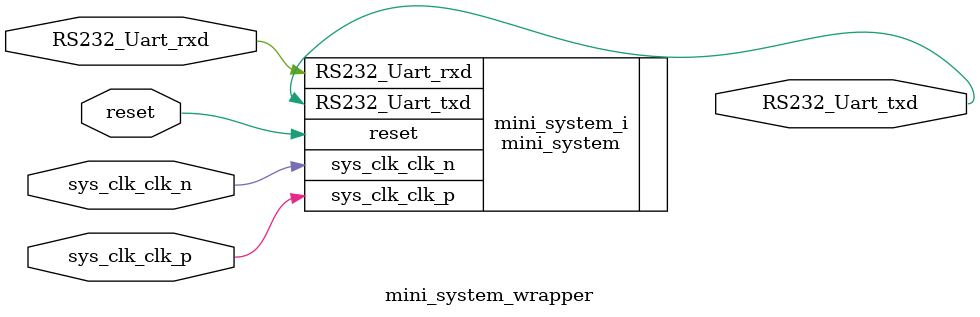
<source format=v>
`timescale 1 ps / 1 ps

module mini_system_wrapper
   (RS232_Uart_rxd,
    RS232_Uart_txd,
    reset,
    sys_clk_clk_n,
    sys_clk_clk_p);
  input RS232_Uart_rxd;
  output RS232_Uart_txd;
  input reset;
  input sys_clk_clk_n;
  input sys_clk_clk_p;

  wire RS232_Uart_rxd;
  wire RS232_Uart_txd;
  wire reset;
  wire sys_clk_clk_n;
  wire sys_clk_clk_p;

mini_system mini_system_i
       (.RS232_Uart_rxd(RS232_Uart_rxd),
        .RS232_Uart_txd(RS232_Uart_txd),
        .reset(reset),
        .sys_clk_clk_n(sys_clk_clk_n),
        .sys_clk_clk_p(sys_clk_clk_p));
endmodule

</source>
